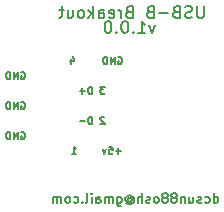
<source format=gbr>
G04 #@! TF.GenerationSoftware,KiCad,Pcbnew,(5.1.5)*
G04 #@! TF.CreationDate,2019-12-08T12:45:36-05:00*
G04 #@! TF.ProjectId,usbbbrkout,75736262-6272-46b6-9f75-742e6b696361,v1.0.0*
G04 #@! TF.SameCoordinates,Original*
G04 #@! TF.FileFunction,Legend,Bot*
G04 #@! TF.FilePolarity,Positive*
%FSLAX46Y46*%
G04 Gerber Fmt 4.6, Leading zero omitted, Abs format (unit mm)*
G04 Created by KiCad (PCBNEW (5.1.5)) date 2019-12-08 12:45:36*
%MOMM*%
%LPD*%
G04 APERTURE LIST*
%ADD10C,0.127000*%
%ADD11C,0.150000*%
%ADD12C,1.244600*%
%ADD13C,3.276600*%
%ADD14C,1.625600*%
%ADD15C,4.701600*%
%ADD16C,1.752600*%
G04 APERTURE END LIST*
D10*
X141792121Y-105452857D02*
X141334978Y-105452857D01*
X141563550Y-105681428D02*
X141563550Y-105224285D01*
X140763550Y-105081428D02*
X141049264Y-105081428D01*
X141077835Y-105367142D01*
X141049264Y-105338571D01*
X140992121Y-105310000D01*
X140849264Y-105310000D01*
X140792121Y-105338571D01*
X140763550Y-105367142D01*
X140734978Y-105424285D01*
X140734978Y-105567142D01*
X140763550Y-105624285D01*
X140792121Y-105652857D01*
X140849264Y-105681428D01*
X140992121Y-105681428D01*
X141049264Y-105652857D01*
X141077835Y-105624285D01*
X140534978Y-105281428D02*
X140392121Y-105681428D01*
X140249264Y-105281428D01*
X139347592Y-103141428D02*
X139347592Y-102541428D01*
X139204735Y-102541428D01*
X139119021Y-102570000D01*
X139061878Y-102627142D01*
X139033307Y-102684285D01*
X139004735Y-102798571D01*
X139004735Y-102884285D01*
X139033307Y-102998571D01*
X139061878Y-103055714D01*
X139119021Y-103112857D01*
X139204735Y-103141428D01*
X139347592Y-103141428D01*
X138747592Y-102912857D02*
X138290450Y-102912857D01*
X139347592Y-100601428D02*
X139347592Y-100001428D01*
X139204735Y-100001428D01*
X139119021Y-100030000D01*
X139061878Y-100087142D01*
X139033307Y-100144285D01*
X139004735Y-100258571D01*
X139004735Y-100344285D01*
X139033307Y-100458571D01*
X139061878Y-100515714D01*
X139119021Y-100572857D01*
X139204735Y-100601428D01*
X139347592Y-100601428D01*
X138747592Y-100372857D02*
X138290450Y-100372857D01*
X138519021Y-100601428D02*
X138519021Y-100144285D01*
X141534978Y-97490000D02*
X141592121Y-97461428D01*
X141677835Y-97461428D01*
X141763550Y-97490000D01*
X141820692Y-97547142D01*
X141849264Y-97604285D01*
X141877835Y-97718571D01*
X141877835Y-97804285D01*
X141849264Y-97918571D01*
X141820692Y-97975714D01*
X141763550Y-98032857D01*
X141677835Y-98061428D01*
X141620692Y-98061428D01*
X141534978Y-98032857D01*
X141506407Y-98004285D01*
X141506407Y-97804285D01*
X141620692Y-97804285D01*
X141249264Y-98061428D02*
X141249264Y-97461428D01*
X140906407Y-98061428D01*
X140906407Y-97461428D01*
X140620692Y-98061428D02*
X140620692Y-97461428D01*
X140477835Y-97461428D01*
X140392121Y-97490000D01*
X140334978Y-97547142D01*
X140306407Y-97604285D01*
X140277835Y-97718571D01*
X140277835Y-97804285D01*
X140306407Y-97918571D01*
X140334978Y-97975714D01*
X140392121Y-98032857D01*
X140477835Y-98061428D01*
X140620692Y-98061428D01*
X137566450Y-97661428D02*
X137566450Y-98061428D01*
X137709307Y-97432857D02*
X137852164Y-97861428D01*
X137480735Y-97861428D01*
X140420735Y-100001428D02*
X140049307Y-100001428D01*
X140249307Y-100230000D01*
X140163592Y-100230000D01*
X140106450Y-100258571D01*
X140077878Y-100287142D01*
X140049307Y-100344285D01*
X140049307Y-100487142D01*
X140077878Y-100544285D01*
X140106450Y-100572857D01*
X140163592Y-100601428D01*
X140335021Y-100601428D01*
X140392164Y-100572857D01*
X140420735Y-100544285D01*
X140392164Y-102598571D02*
X140363592Y-102570000D01*
X140306450Y-102541428D01*
X140163592Y-102541428D01*
X140106450Y-102570000D01*
X140077878Y-102598571D01*
X140049307Y-102655714D01*
X140049307Y-102712857D01*
X140077878Y-102798571D01*
X140420735Y-103141428D01*
X140049307Y-103141428D01*
X137636307Y-105681428D02*
X137979164Y-105681428D01*
X137807735Y-105681428D02*
X137807735Y-105081428D01*
X137864878Y-105167142D01*
X137922021Y-105224285D01*
X137979164Y-105252857D01*
X133318307Y-98760000D02*
X133375450Y-98731428D01*
X133461164Y-98731428D01*
X133546878Y-98760000D01*
X133604021Y-98817142D01*
X133632592Y-98874285D01*
X133661164Y-98988571D01*
X133661164Y-99074285D01*
X133632592Y-99188571D01*
X133604021Y-99245714D01*
X133546878Y-99302857D01*
X133461164Y-99331428D01*
X133404021Y-99331428D01*
X133318307Y-99302857D01*
X133289735Y-99274285D01*
X133289735Y-99074285D01*
X133404021Y-99074285D01*
X133032592Y-99331428D02*
X133032592Y-98731428D01*
X132689735Y-99331428D01*
X132689735Y-98731428D01*
X132404021Y-99331428D02*
X132404021Y-98731428D01*
X132261164Y-98731428D01*
X132175450Y-98760000D01*
X132118307Y-98817142D01*
X132089735Y-98874285D01*
X132061164Y-98988571D01*
X132061164Y-99074285D01*
X132089735Y-99188571D01*
X132118307Y-99245714D01*
X132175450Y-99302857D01*
X132261164Y-99331428D01*
X132404021Y-99331428D01*
X133318307Y-101300000D02*
X133375450Y-101271428D01*
X133461164Y-101271428D01*
X133546878Y-101300000D01*
X133604021Y-101357142D01*
X133632592Y-101414285D01*
X133661164Y-101528571D01*
X133661164Y-101614285D01*
X133632592Y-101728571D01*
X133604021Y-101785714D01*
X133546878Y-101842857D01*
X133461164Y-101871428D01*
X133404021Y-101871428D01*
X133318307Y-101842857D01*
X133289735Y-101814285D01*
X133289735Y-101614285D01*
X133404021Y-101614285D01*
X133032592Y-101871428D02*
X133032592Y-101271428D01*
X132689735Y-101871428D01*
X132689735Y-101271428D01*
X132404021Y-101871428D02*
X132404021Y-101271428D01*
X132261164Y-101271428D01*
X132175450Y-101300000D01*
X132118307Y-101357142D01*
X132089735Y-101414285D01*
X132061164Y-101528571D01*
X132061164Y-101614285D01*
X132089735Y-101728571D01*
X132118307Y-101785714D01*
X132175450Y-101842857D01*
X132261164Y-101871428D01*
X132404021Y-101871428D01*
X133318307Y-103840000D02*
X133375450Y-103811428D01*
X133461164Y-103811428D01*
X133546878Y-103840000D01*
X133604021Y-103897142D01*
X133632592Y-103954285D01*
X133661164Y-104068571D01*
X133661164Y-104154285D01*
X133632592Y-104268571D01*
X133604021Y-104325714D01*
X133546878Y-104382857D01*
X133461164Y-104411428D01*
X133404021Y-104411428D01*
X133318307Y-104382857D01*
X133289735Y-104354285D01*
X133289735Y-104154285D01*
X133404021Y-104154285D01*
X133032592Y-104411428D02*
X133032592Y-103811428D01*
X132689735Y-104411428D01*
X132689735Y-103811428D01*
X132404021Y-104411428D02*
X132404021Y-103811428D01*
X132261164Y-103811428D01*
X132175450Y-103840000D01*
X132118307Y-103897142D01*
X132089735Y-103954285D01*
X132061164Y-104068571D01*
X132061164Y-104154285D01*
X132089735Y-104268571D01*
X132118307Y-104325714D01*
X132175450Y-104382857D01*
X132261164Y-104411428D01*
X132404021Y-104411428D01*
D11*
X148795619Y-93178380D02*
X148795619Y-93987904D01*
X148748000Y-94083142D01*
X148700380Y-94130761D01*
X148605142Y-94178380D01*
X148414666Y-94178380D01*
X148319428Y-94130761D01*
X148271809Y-94083142D01*
X148224190Y-93987904D01*
X148224190Y-93178380D01*
X147795619Y-94130761D02*
X147652761Y-94178380D01*
X147414666Y-94178380D01*
X147319428Y-94130761D01*
X147271809Y-94083142D01*
X147224190Y-93987904D01*
X147224190Y-93892666D01*
X147271809Y-93797428D01*
X147319428Y-93749809D01*
X147414666Y-93702190D01*
X147605142Y-93654571D01*
X147700380Y-93606952D01*
X147748000Y-93559333D01*
X147795619Y-93464095D01*
X147795619Y-93368857D01*
X147748000Y-93273619D01*
X147700380Y-93226000D01*
X147605142Y-93178380D01*
X147367047Y-93178380D01*
X147224190Y-93226000D01*
X146462285Y-93654571D02*
X146319428Y-93702190D01*
X146271809Y-93749809D01*
X146224190Y-93845047D01*
X146224190Y-93987904D01*
X146271809Y-94083142D01*
X146319428Y-94130761D01*
X146414666Y-94178380D01*
X146795619Y-94178380D01*
X146795619Y-93178380D01*
X146462285Y-93178380D01*
X146367047Y-93226000D01*
X146319428Y-93273619D01*
X146271809Y-93368857D01*
X146271809Y-93464095D01*
X146319428Y-93559333D01*
X146367047Y-93606952D01*
X146462285Y-93654571D01*
X146795619Y-93654571D01*
X145795619Y-93797428D02*
X145033714Y-93797428D01*
X144224190Y-93654571D02*
X144081333Y-93702190D01*
X144033714Y-93749809D01*
X143986095Y-93845047D01*
X143986095Y-93987904D01*
X144033714Y-94083142D01*
X144081333Y-94130761D01*
X144176571Y-94178380D01*
X144557523Y-94178380D01*
X144557523Y-93178380D01*
X144224190Y-93178380D01*
X144128952Y-93226000D01*
X144081333Y-93273619D01*
X144033714Y-93368857D01*
X144033714Y-93464095D01*
X144081333Y-93559333D01*
X144128952Y-93606952D01*
X144224190Y-93654571D01*
X144557523Y-93654571D01*
X142462285Y-93654571D02*
X142319428Y-93702190D01*
X142271809Y-93749809D01*
X142224190Y-93845047D01*
X142224190Y-93987904D01*
X142271809Y-94083142D01*
X142319428Y-94130761D01*
X142414666Y-94178380D01*
X142795619Y-94178380D01*
X142795619Y-93178380D01*
X142462285Y-93178380D01*
X142367047Y-93226000D01*
X142319428Y-93273619D01*
X142271809Y-93368857D01*
X142271809Y-93464095D01*
X142319428Y-93559333D01*
X142367047Y-93606952D01*
X142462285Y-93654571D01*
X142795619Y-93654571D01*
X141795619Y-94178380D02*
X141795619Y-93511714D01*
X141795619Y-93702190D02*
X141748000Y-93606952D01*
X141700380Y-93559333D01*
X141605142Y-93511714D01*
X141509904Y-93511714D01*
X140795619Y-94130761D02*
X140890857Y-94178380D01*
X141081333Y-94178380D01*
X141176571Y-94130761D01*
X141224190Y-94035523D01*
X141224190Y-93654571D01*
X141176571Y-93559333D01*
X141081333Y-93511714D01*
X140890857Y-93511714D01*
X140795619Y-93559333D01*
X140748000Y-93654571D01*
X140748000Y-93749809D01*
X141224190Y-93845047D01*
X139890857Y-94178380D02*
X139890857Y-93654571D01*
X139938476Y-93559333D01*
X140033714Y-93511714D01*
X140224190Y-93511714D01*
X140319428Y-93559333D01*
X139890857Y-94130761D02*
X139986095Y-94178380D01*
X140224190Y-94178380D01*
X140319428Y-94130761D01*
X140367047Y-94035523D01*
X140367047Y-93940285D01*
X140319428Y-93845047D01*
X140224190Y-93797428D01*
X139986095Y-93797428D01*
X139890857Y-93749809D01*
X139414666Y-94178380D02*
X139414666Y-93178380D01*
X139319428Y-93797428D02*
X139033714Y-94178380D01*
X139033714Y-93511714D02*
X139414666Y-93892666D01*
X138462285Y-94178380D02*
X138557523Y-94130761D01*
X138605142Y-94083142D01*
X138652761Y-93987904D01*
X138652761Y-93702190D01*
X138605142Y-93606952D01*
X138557523Y-93559333D01*
X138462285Y-93511714D01*
X138319428Y-93511714D01*
X138224190Y-93559333D01*
X138176571Y-93606952D01*
X138128952Y-93702190D01*
X138128952Y-93987904D01*
X138176571Y-94083142D01*
X138224190Y-94130761D01*
X138319428Y-94178380D01*
X138462285Y-94178380D01*
X137271809Y-93511714D02*
X137271809Y-94178380D01*
X137700380Y-93511714D02*
X137700380Y-94035523D01*
X137652761Y-94130761D01*
X137557523Y-94178380D01*
X137414666Y-94178380D01*
X137319428Y-94130761D01*
X137271809Y-94083142D01*
X136938476Y-93511714D02*
X136557523Y-93511714D01*
X136795619Y-93178380D02*
X136795619Y-94035523D01*
X136748000Y-94130761D01*
X136652761Y-94178380D01*
X136557523Y-94178380D01*
X144636857Y-94781714D02*
X144398761Y-95448380D01*
X144160666Y-94781714D01*
X143255904Y-95448380D02*
X143827333Y-95448380D01*
X143541619Y-95448380D02*
X143541619Y-94448380D01*
X143636857Y-94591238D01*
X143732095Y-94686476D01*
X143827333Y-94734095D01*
X142827333Y-95353142D02*
X142779714Y-95400761D01*
X142827333Y-95448380D01*
X142874952Y-95400761D01*
X142827333Y-95353142D01*
X142827333Y-95448380D01*
X142160666Y-94448380D02*
X142065428Y-94448380D01*
X141970190Y-94496000D01*
X141922571Y-94543619D01*
X141874952Y-94638857D01*
X141827333Y-94829333D01*
X141827333Y-95067428D01*
X141874952Y-95257904D01*
X141922571Y-95353142D01*
X141970190Y-95400761D01*
X142065428Y-95448380D01*
X142160666Y-95448380D01*
X142255904Y-95400761D01*
X142303523Y-95353142D01*
X142351142Y-95257904D01*
X142398761Y-95067428D01*
X142398761Y-94829333D01*
X142351142Y-94638857D01*
X142303523Y-94543619D01*
X142255904Y-94496000D01*
X142160666Y-94448380D01*
X141398761Y-95353142D02*
X141351142Y-95400761D01*
X141398761Y-95448380D01*
X141446380Y-95400761D01*
X141398761Y-95353142D01*
X141398761Y-95448380D01*
X140732095Y-94448380D02*
X140636857Y-94448380D01*
X140541619Y-94496000D01*
X140494000Y-94543619D01*
X140446380Y-94638857D01*
X140398761Y-94829333D01*
X140398761Y-95067428D01*
X140446380Y-95257904D01*
X140494000Y-95353142D01*
X140541619Y-95400761D01*
X140636857Y-95448380D01*
X140732095Y-95448380D01*
X140827333Y-95400761D01*
X140874952Y-95353142D01*
X140922571Y-95257904D01*
X140970190Y-95067428D01*
X140970190Y-94829333D01*
X140922571Y-94638857D01*
X140874952Y-94543619D01*
X140827333Y-94496000D01*
X140732095Y-94448380D01*
X149630571Y-109835904D02*
X149630571Y-109035904D01*
X149630571Y-109797809D02*
X149706761Y-109835904D01*
X149859142Y-109835904D01*
X149935333Y-109797809D01*
X149973428Y-109759714D01*
X150011523Y-109683523D01*
X150011523Y-109454952D01*
X149973428Y-109378761D01*
X149935333Y-109340666D01*
X149859142Y-109302571D01*
X149706761Y-109302571D01*
X149630571Y-109340666D01*
X148906761Y-109797809D02*
X148982952Y-109835904D01*
X149135333Y-109835904D01*
X149211523Y-109797809D01*
X149249619Y-109759714D01*
X149287714Y-109683523D01*
X149287714Y-109454952D01*
X149249619Y-109378761D01*
X149211523Y-109340666D01*
X149135333Y-109302571D01*
X148982952Y-109302571D01*
X148906761Y-109340666D01*
X148602000Y-109797809D02*
X148525809Y-109835904D01*
X148373428Y-109835904D01*
X148297238Y-109797809D01*
X148259142Y-109721619D01*
X148259142Y-109683523D01*
X148297238Y-109607333D01*
X148373428Y-109569238D01*
X148487714Y-109569238D01*
X148563904Y-109531142D01*
X148602000Y-109454952D01*
X148602000Y-109416857D01*
X148563904Y-109340666D01*
X148487714Y-109302571D01*
X148373428Y-109302571D01*
X148297238Y-109340666D01*
X147573428Y-109302571D02*
X147573428Y-109835904D01*
X147916285Y-109302571D02*
X147916285Y-109721619D01*
X147878190Y-109797809D01*
X147802000Y-109835904D01*
X147687714Y-109835904D01*
X147611523Y-109797809D01*
X147573428Y-109759714D01*
X147192476Y-109302571D02*
X147192476Y-109835904D01*
X147192476Y-109378761D02*
X147154380Y-109340666D01*
X147078190Y-109302571D01*
X146963904Y-109302571D01*
X146887714Y-109340666D01*
X146849619Y-109416857D01*
X146849619Y-109835904D01*
X146354380Y-109378761D02*
X146430571Y-109340666D01*
X146468666Y-109302571D01*
X146506761Y-109226380D01*
X146506761Y-109188285D01*
X146468666Y-109112095D01*
X146430571Y-109074000D01*
X146354380Y-109035904D01*
X146202000Y-109035904D01*
X146125809Y-109074000D01*
X146087714Y-109112095D01*
X146049619Y-109188285D01*
X146049619Y-109226380D01*
X146087714Y-109302571D01*
X146125809Y-109340666D01*
X146202000Y-109378761D01*
X146354380Y-109378761D01*
X146430571Y-109416857D01*
X146468666Y-109454952D01*
X146506761Y-109531142D01*
X146506761Y-109683523D01*
X146468666Y-109759714D01*
X146430571Y-109797809D01*
X146354380Y-109835904D01*
X146202000Y-109835904D01*
X146125809Y-109797809D01*
X146087714Y-109759714D01*
X146049619Y-109683523D01*
X146049619Y-109531142D01*
X146087714Y-109454952D01*
X146125809Y-109416857D01*
X146202000Y-109378761D01*
X145592476Y-109378761D02*
X145668666Y-109340666D01*
X145706761Y-109302571D01*
X145744857Y-109226380D01*
X145744857Y-109188285D01*
X145706761Y-109112095D01*
X145668666Y-109074000D01*
X145592476Y-109035904D01*
X145440095Y-109035904D01*
X145363904Y-109074000D01*
X145325809Y-109112095D01*
X145287714Y-109188285D01*
X145287714Y-109226380D01*
X145325809Y-109302571D01*
X145363904Y-109340666D01*
X145440095Y-109378761D01*
X145592476Y-109378761D01*
X145668666Y-109416857D01*
X145706761Y-109454952D01*
X145744857Y-109531142D01*
X145744857Y-109683523D01*
X145706761Y-109759714D01*
X145668666Y-109797809D01*
X145592476Y-109835904D01*
X145440095Y-109835904D01*
X145363904Y-109797809D01*
X145325809Y-109759714D01*
X145287714Y-109683523D01*
X145287714Y-109531142D01*
X145325809Y-109454952D01*
X145363904Y-109416857D01*
X145440095Y-109378761D01*
X144830571Y-109835904D02*
X144906761Y-109797809D01*
X144944857Y-109759714D01*
X144982952Y-109683523D01*
X144982952Y-109454952D01*
X144944857Y-109378761D01*
X144906761Y-109340666D01*
X144830571Y-109302571D01*
X144716285Y-109302571D01*
X144640095Y-109340666D01*
X144602000Y-109378761D01*
X144563904Y-109454952D01*
X144563904Y-109683523D01*
X144602000Y-109759714D01*
X144640095Y-109797809D01*
X144716285Y-109835904D01*
X144830571Y-109835904D01*
X144259142Y-109797809D02*
X144182952Y-109835904D01*
X144030571Y-109835904D01*
X143954380Y-109797809D01*
X143916285Y-109721619D01*
X143916285Y-109683523D01*
X143954380Y-109607333D01*
X144030571Y-109569238D01*
X144144857Y-109569238D01*
X144221047Y-109531142D01*
X144259142Y-109454952D01*
X144259142Y-109416857D01*
X144221047Y-109340666D01*
X144144857Y-109302571D01*
X144030571Y-109302571D01*
X143954380Y-109340666D01*
X143573428Y-109835904D02*
X143573428Y-109035904D01*
X143230571Y-109835904D02*
X143230571Y-109416857D01*
X143268666Y-109340666D01*
X143344857Y-109302571D01*
X143459142Y-109302571D01*
X143535333Y-109340666D01*
X143573428Y-109378761D01*
X142354380Y-109454952D02*
X142392476Y-109416857D01*
X142468666Y-109378761D01*
X142544857Y-109378761D01*
X142621047Y-109416857D01*
X142659142Y-109454952D01*
X142697238Y-109531142D01*
X142697238Y-109607333D01*
X142659142Y-109683523D01*
X142621047Y-109721619D01*
X142544857Y-109759714D01*
X142468666Y-109759714D01*
X142392476Y-109721619D01*
X142354380Y-109683523D01*
X142354380Y-109378761D02*
X142354380Y-109683523D01*
X142316285Y-109721619D01*
X142278190Y-109721619D01*
X142202000Y-109683523D01*
X142163904Y-109607333D01*
X142163904Y-109416857D01*
X142240095Y-109302571D01*
X142354380Y-109226380D01*
X142506761Y-109188285D01*
X142659142Y-109226380D01*
X142773428Y-109302571D01*
X142849619Y-109416857D01*
X142887714Y-109569238D01*
X142849619Y-109721619D01*
X142773428Y-109835904D01*
X142659142Y-109912095D01*
X142506761Y-109950190D01*
X142354380Y-109912095D01*
X142240095Y-109835904D01*
X141478190Y-109302571D02*
X141478190Y-109950190D01*
X141516285Y-110026380D01*
X141554380Y-110064476D01*
X141630571Y-110102571D01*
X141744857Y-110102571D01*
X141821047Y-110064476D01*
X141478190Y-109797809D02*
X141554380Y-109835904D01*
X141706761Y-109835904D01*
X141782952Y-109797809D01*
X141821047Y-109759714D01*
X141859142Y-109683523D01*
X141859142Y-109454952D01*
X141821047Y-109378761D01*
X141782952Y-109340666D01*
X141706761Y-109302571D01*
X141554380Y-109302571D01*
X141478190Y-109340666D01*
X141097238Y-109835904D02*
X141097238Y-109302571D01*
X141097238Y-109378761D02*
X141059142Y-109340666D01*
X140982952Y-109302571D01*
X140868666Y-109302571D01*
X140792476Y-109340666D01*
X140754380Y-109416857D01*
X140754380Y-109835904D01*
X140754380Y-109416857D02*
X140716285Y-109340666D01*
X140640095Y-109302571D01*
X140525809Y-109302571D01*
X140449619Y-109340666D01*
X140411523Y-109416857D01*
X140411523Y-109835904D01*
X139687714Y-109835904D02*
X139687714Y-109416857D01*
X139725809Y-109340666D01*
X139802000Y-109302571D01*
X139954380Y-109302571D01*
X140030571Y-109340666D01*
X139687714Y-109797809D02*
X139763904Y-109835904D01*
X139954380Y-109835904D01*
X140030571Y-109797809D01*
X140068666Y-109721619D01*
X140068666Y-109645428D01*
X140030571Y-109569238D01*
X139954380Y-109531142D01*
X139763904Y-109531142D01*
X139687714Y-109493047D01*
X139306761Y-109835904D02*
X139306761Y-109302571D01*
X139306761Y-109035904D02*
X139344857Y-109074000D01*
X139306761Y-109112095D01*
X139268666Y-109074000D01*
X139306761Y-109035904D01*
X139306761Y-109112095D01*
X138811523Y-109835904D02*
X138887714Y-109797809D01*
X138925809Y-109721619D01*
X138925809Y-109035904D01*
X138506761Y-109759714D02*
X138468666Y-109797809D01*
X138506761Y-109835904D01*
X138544857Y-109797809D01*
X138506761Y-109759714D01*
X138506761Y-109835904D01*
X137782952Y-109797809D02*
X137859142Y-109835904D01*
X138011523Y-109835904D01*
X138087714Y-109797809D01*
X138125809Y-109759714D01*
X138163904Y-109683523D01*
X138163904Y-109454952D01*
X138125809Y-109378761D01*
X138087714Y-109340666D01*
X138011523Y-109302571D01*
X137859142Y-109302571D01*
X137782952Y-109340666D01*
X137325809Y-109835904D02*
X137402000Y-109797809D01*
X137440095Y-109759714D01*
X137478190Y-109683523D01*
X137478190Y-109454952D01*
X137440095Y-109378761D01*
X137402000Y-109340666D01*
X137325809Y-109302571D01*
X137211523Y-109302571D01*
X137135333Y-109340666D01*
X137097238Y-109378761D01*
X137059142Y-109454952D01*
X137059142Y-109683523D01*
X137097238Y-109759714D01*
X137135333Y-109797809D01*
X137211523Y-109835904D01*
X137325809Y-109835904D01*
X136716285Y-109835904D02*
X136716285Y-109302571D01*
X136716285Y-109378761D02*
X136678190Y-109340666D01*
X136602000Y-109302571D01*
X136487714Y-109302571D01*
X136411523Y-109340666D01*
X136373428Y-109416857D01*
X136373428Y-109835904D01*
X136373428Y-109416857D02*
X136335333Y-109340666D01*
X136259142Y-109302571D01*
X136144857Y-109302571D01*
X136068666Y-109340666D01*
X136030571Y-109416857D01*
X136030571Y-109835904D01*
%LPC*%
D12*
X134620000Y-104140000D03*
X134620000Y-99060000D03*
X134620000Y-101600000D03*
D13*
X132080000Y-107950000D03*
X132080000Y-95250000D03*
D12*
X129540000Y-101600000D03*
D14*
X139065000Y-105410000D03*
X141605000Y-102870000D03*
X141605000Y-100330000D03*
X139065000Y-97790000D03*
D15*
X153250000Y-105600000D03*
X153250000Y-97600000D03*
D16*
X146760000Y-100350000D03*
X148760000Y-100350000D03*
X146760000Y-102850000D03*
X148760000Y-102850000D03*
D14*
X136525000Y-102870000D03*
M02*

</source>
